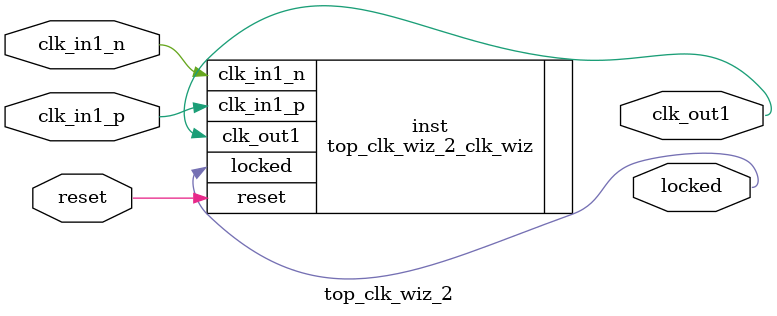
<source format=v>


`timescale 1ps/1ps

(* CORE_GENERATION_INFO = "top_clk_wiz_2,clk_wiz_v6_0_15_0_0,{component_name=top_clk_wiz_2,use_phase_alignment=true,use_min_o_jitter=false,use_max_i_jitter=false,use_dyn_phase_shift=false,use_inclk_switchover=false,use_dyn_reconfig=false,enable_axi=0,feedback_source=FDBK_AUTO,PRIMITIVE=MMCM,num_out_clk=1,clkin1_period=5.000,clkin2_period=10.0,use_power_down=false,use_reset=true,use_locked=true,use_inclk_stopped=false,feedback_type=SINGLE,CLOCK_MGR_TYPE=NA,manual_override=false}" *)

module top_clk_wiz_2 
 (
  // Clock out ports
  output        clk_out1,
  // Status and control signals
  input         reset,
  output        locked,
 // Clock in ports
  input         clk_in1_p,
  input         clk_in1_n
 );

  top_clk_wiz_2_clk_wiz inst
  (
  // Clock out ports  
  .clk_out1(clk_out1),
  // Status and control signals               
  .reset(reset), 
  .locked(locked),
 // Clock in ports
  .clk_in1_p(clk_in1_p),
  .clk_in1_n(clk_in1_n)
  );

endmodule

</source>
